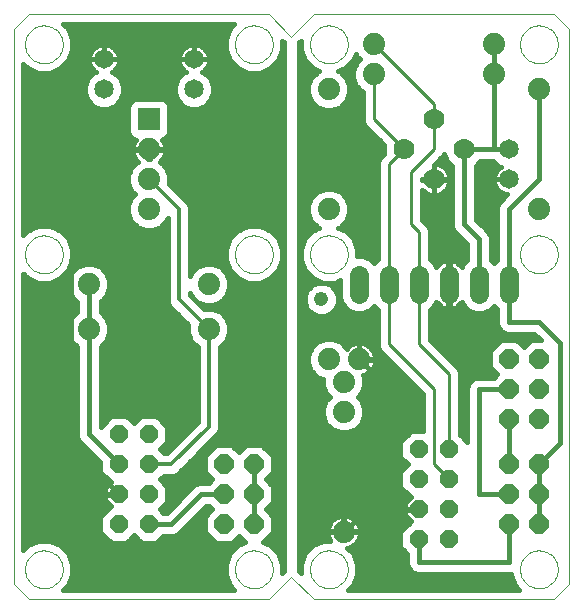
<source format=gtl>
G75*
G70*
%OFA0B0*%
%FSLAX24Y24*%
%IPPOS*%
%LPD*%
%AMOC8*
5,1,8,0,0,1.08239X$1,22.5*
%
%ADD10C,0.0000*%
%ADD11OC8,0.0600*%
%ADD12OC8,0.0640*%
%ADD13C,0.0740*%
%ADD14C,0.0650*%
%ADD15R,0.0740X0.0740*%
%ADD16C,0.0700*%
%ADD17C,0.0634*%
%ADD18C,0.0150*%
%ADD19C,0.0476*%
%ADD20C,0.0120*%
%ADD21C,0.0100*%
D10*
X001675Y001175D02*
X001175Y001675D01*
X001175Y020175D01*
X001675Y020675D01*
X009675Y020675D01*
X010425Y019925D01*
X011175Y020675D01*
X019175Y020675D01*
X019675Y020175D01*
X019675Y001675D01*
X019175Y001175D01*
X011175Y001175D01*
X010425Y001925D01*
X009675Y001175D01*
X001675Y001175D01*
X001545Y002175D02*
X001547Y002225D01*
X001553Y002275D01*
X001563Y002324D01*
X001577Y002372D01*
X001594Y002419D01*
X001615Y002464D01*
X001640Y002508D01*
X001668Y002549D01*
X001700Y002588D01*
X001734Y002625D01*
X001771Y002659D01*
X001811Y002689D01*
X001853Y002716D01*
X001897Y002740D01*
X001943Y002761D01*
X001990Y002777D01*
X002038Y002790D01*
X002088Y002799D01*
X002137Y002804D01*
X002188Y002805D01*
X002238Y002802D01*
X002287Y002795D01*
X002336Y002784D01*
X002384Y002769D01*
X002430Y002751D01*
X002475Y002729D01*
X002518Y002703D01*
X002559Y002674D01*
X002598Y002642D01*
X002634Y002607D01*
X002666Y002569D01*
X002696Y002529D01*
X002723Y002486D01*
X002746Y002442D01*
X002765Y002396D01*
X002781Y002348D01*
X002793Y002299D01*
X002801Y002250D01*
X002805Y002200D01*
X002805Y002150D01*
X002801Y002100D01*
X002793Y002051D01*
X002781Y002002D01*
X002765Y001954D01*
X002746Y001908D01*
X002723Y001864D01*
X002696Y001821D01*
X002666Y001781D01*
X002634Y001743D01*
X002598Y001708D01*
X002559Y001676D01*
X002518Y001647D01*
X002475Y001621D01*
X002430Y001599D01*
X002384Y001581D01*
X002336Y001566D01*
X002287Y001555D01*
X002238Y001548D01*
X002188Y001545D01*
X002137Y001546D01*
X002088Y001551D01*
X002038Y001560D01*
X001990Y001573D01*
X001943Y001589D01*
X001897Y001610D01*
X001853Y001634D01*
X001811Y001661D01*
X001771Y001691D01*
X001734Y001725D01*
X001700Y001762D01*
X001668Y001801D01*
X001640Y001842D01*
X001615Y001886D01*
X001594Y001931D01*
X001577Y001978D01*
X001563Y002026D01*
X001553Y002075D01*
X001547Y002125D01*
X001545Y002175D01*
X008545Y002175D02*
X008547Y002225D01*
X008553Y002275D01*
X008563Y002324D01*
X008577Y002372D01*
X008594Y002419D01*
X008615Y002464D01*
X008640Y002508D01*
X008668Y002549D01*
X008700Y002588D01*
X008734Y002625D01*
X008771Y002659D01*
X008811Y002689D01*
X008853Y002716D01*
X008897Y002740D01*
X008943Y002761D01*
X008990Y002777D01*
X009038Y002790D01*
X009088Y002799D01*
X009137Y002804D01*
X009188Y002805D01*
X009238Y002802D01*
X009287Y002795D01*
X009336Y002784D01*
X009384Y002769D01*
X009430Y002751D01*
X009475Y002729D01*
X009518Y002703D01*
X009559Y002674D01*
X009598Y002642D01*
X009634Y002607D01*
X009666Y002569D01*
X009696Y002529D01*
X009723Y002486D01*
X009746Y002442D01*
X009765Y002396D01*
X009781Y002348D01*
X009793Y002299D01*
X009801Y002250D01*
X009805Y002200D01*
X009805Y002150D01*
X009801Y002100D01*
X009793Y002051D01*
X009781Y002002D01*
X009765Y001954D01*
X009746Y001908D01*
X009723Y001864D01*
X009696Y001821D01*
X009666Y001781D01*
X009634Y001743D01*
X009598Y001708D01*
X009559Y001676D01*
X009518Y001647D01*
X009475Y001621D01*
X009430Y001599D01*
X009384Y001581D01*
X009336Y001566D01*
X009287Y001555D01*
X009238Y001548D01*
X009188Y001545D01*
X009137Y001546D01*
X009088Y001551D01*
X009038Y001560D01*
X008990Y001573D01*
X008943Y001589D01*
X008897Y001610D01*
X008853Y001634D01*
X008811Y001661D01*
X008771Y001691D01*
X008734Y001725D01*
X008700Y001762D01*
X008668Y001801D01*
X008640Y001842D01*
X008615Y001886D01*
X008594Y001931D01*
X008577Y001978D01*
X008563Y002026D01*
X008553Y002075D01*
X008547Y002125D01*
X008545Y002175D01*
X011045Y002175D02*
X011047Y002225D01*
X011053Y002275D01*
X011063Y002324D01*
X011077Y002372D01*
X011094Y002419D01*
X011115Y002464D01*
X011140Y002508D01*
X011168Y002549D01*
X011200Y002588D01*
X011234Y002625D01*
X011271Y002659D01*
X011311Y002689D01*
X011353Y002716D01*
X011397Y002740D01*
X011443Y002761D01*
X011490Y002777D01*
X011538Y002790D01*
X011588Y002799D01*
X011637Y002804D01*
X011688Y002805D01*
X011738Y002802D01*
X011787Y002795D01*
X011836Y002784D01*
X011884Y002769D01*
X011930Y002751D01*
X011975Y002729D01*
X012018Y002703D01*
X012059Y002674D01*
X012098Y002642D01*
X012134Y002607D01*
X012166Y002569D01*
X012196Y002529D01*
X012223Y002486D01*
X012246Y002442D01*
X012265Y002396D01*
X012281Y002348D01*
X012293Y002299D01*
X012301Y002250D01*
X012305Y002200D01*
X012305Y002150D01*
X012301Y002100D01*
X012293Y002051D01*
X012281Y002002D01*
X012265Y001954D01*
X012246Y001908D01*
X012223Y001864D01*
X012196Y001821D01*
X012166Y001781D01*
X012134Y001743D01*
X012098Y001708D01*
X012059Y001676D01*
X012018Y001647D01*
X011975Y001621D01*
X011930Y001599D01*
X011884Y001581D01*
X011836Y001566D01*
X011787Y001555D01*
X011738Y001548D01*
X011688Y001545D01*
X011637Y001546D01*
X011588Y001551D01*
X011538Y001560D01*
X011490Y001573D01*
X011443Y001589D01*
X011397Y001610D01*
X011353Y001634D01*
X011311Y001661D01*
X011271Y001691D01*
X011234Y001725D01*
X011200Y001762D01*
X011168Y001801D01*
X011140Y001842D01*
X011115Y001886D01*
X011094Y001931D01*
X011077Y001978D01*
X011063Y002026D01*
X011053Y002075D01*
X011047Y002125D01*
X011045Y002175D01*
X018045Y002175D02*
X018047Y002225D01*
X018053Y002275D01*
X018063Y002324D01*
X018077Y002372D01*
X018094Y002419D01*
X018115Y002464D01*
X018140Y002508D01*
X018168Y002549D01*
X018200Y002588D01*
X018234Y002625D01*
X018271Y002659D01*
X018311Y002689D01*
X018353Y002716D01*
X018397Y002740D01*
X018443Y002761D01*
X018490Y002777D01*
X018538Y002790D01*
X018588Y002799D01*
X018637Y002804D01*
X018688Y002805D01*
X018738Y002802D01*
X018787Y002795D01*
X018836Y002784D01*
X018884Y002769D01*
X018930Y002751D01*
X018975Y002729D01*
X019018Y002703D01*
X019059Y002674D01*
X019098Y002642D01*
X019134Y002607D01*
X019166Y002569D01*
X019196Y002529D01*
X019223Y002486D01*
X019246Y002442D01*
X019265Y002396D01*
X019281Y002348D01*
X019293Y002299D01*
X019301Y002250D01*
X019305Y002200D01*
X019305Y002150D01*
X019301Y002100D01*
X019293Y002051D01*
X019281Y002002D01*
X019265Y001954D01*
X019246Y001908D01*
X019223Y001864D01*
X019196Y001821D01*
X019166Y001781D01*
X019134Y001743D01*
X019098Y001708D01*
X019059Y001676D01*
X019018Y001647D01*
X018975Y001621D01*
X018930Y001599D01*
X018884Y001581D01*
X018836Y001566D01*
X018787Y001555D01*
X018738Y001548D01*
X018688Y001545D01*
X018637Y001546D01*
X018588Y001551D01*
X018538Y001560D01*
X018490Y001573D01*
X018443Y001589D01*
X018397Y001610D01*
X018353Y001634D01*
X018311Y001661D01*
X018271Y001691D01*
X018234Y001725D01*
X018200Y001762D01*
X018168Y001801D01*
X018140Y001842D01*
X018115Y001886D01*
X018094Y001931D01*
X018077Y001978D01*
X018063Y002026D01*
X018053Y002075D01*
X018047Y002125D01*
X018045Y002175D01*
X018045Y012675D02*
X018047Y012725D01*
X018053Y012775D01*
X018063Y012824D01*
X018077Y012872D01*
X018094Y012919D01*
X018115Y012964D01*
X018140Y013008D01*
X018168Y013049D01*
X018200Y013088D01*
X018234Y013125D01*
X018271Y013159D01*
X018311Y013189D01*
X018353Y013216D01*
X018397Y013240D01*
X018443Y013261D01*
X018490Y013277D01*
X018538Y013290D01*
X018588Y013299D01*
X018637Y013304D01*
X018688Y013305D01*
X018738Y013302D01*
X018787Y013295D01*
X018836Y013284D01*
X018884Y013269D01*
X018930Y013251D01*
X018975Y013229D01*
X019018Y013203D01*
X019059Y013174D01*
X019098Y013142D01*
X019134Y013107D01*
X019166Y013069D01*
X019196Y013029D01*
X019223Y012986D01*
X019246Y012942D01*
X019265Y012896D01*
X019281Y012848D01*
X019293Y012799D01*
X019301Y012750D01*
X019305Y012700D01*
X019305Y012650D01*
X019301Y012600D01*
X019293Y012551D01*
X019281Y012502D01*
X019265Y012454D01*
X019246Y012408D01*
X019223Y012364D01*
X019196Y012321D01*
X019166Y012281D01*
X019134Y012243D01*
X019098Y012208D01*
X019059Y012176D01*
X019018Y012147D01*
X018975Y012121D01*
X018930Y012099D01*
X018884Y012081D01*
X018836Y012066D01*
X018787Y012055D01*
X018738Y012048D01*
X018688Y012045D01*
X018637Y012046D01*
X018588Y012051D01*
X018538Y012060D01*
X018490Y012073D01*
X018443Y012089D01*
X018397Y012110D01*
X018353Y012134D01*
X018311Y012161D01*
X018271Y012191D01*
X018234Y012225D01*
X018200Y012262D01*
X018168Y012301D01*
X018140Y012342D01*
X018115Y012386D01*
X018094Y012431D01*
X018077Y012478D01*
X018063Y012526D01*
X018053Y012575D01*
X018047Y012625D01*
X018045Y012675D01*
X011045Y012675D02*
X011047Y012725D01*
X011053Y012775D01*
X011063Y012824D01*
X011077Y012872D01*
X011094Y012919D01*
X011115Y012964D01*
X011140Y013008D01*
X011168Y013049D01*
X011200Y013088D01*
X011234Y013125D01*
X011271Y013159D01*
X011311Y013189D01*
X011353Y013216D01*
X011397Y013240D01*
X011443Y013261D01*
X011490Y013277D01*
X011538Y013290D01*
X011588Y013299D01*
X011637Y013304D01*
X011688Y013305D01*
X011738Y013302D01*
X011787Y013295D01*
X011836Y013284D01*
X011884Y013269D01*
X011930Y013251D01*
X011975Y013229D01*
X012018Y013203D01*
X012059Y013174D01*
X012098Y013142D01*
X012134Y013107D01*
X012166Y013069D01*
X012196Y013029D01*
X012223Y012986D01*
X012246Y012942D01*
X012265Y012896D01*
X012281Y012848D01*
X012293Y012799D01*
X012301Y012750D01*
X012305Y012700D01*
X012305Y012650D01*
X012301Y012600D01*
X012293Y012551D01*
X012281Y012502D01*
X012265Y012454D01*
X012246Y012408D01*
X012223Y012364D01*
X012196Y012321D01*
X012166Y012281D01*
X012134Y012243D01*
X012098Y012208D01*
X012059Y012176D01*
X012018Y012147D01*
X011975Y012121D01*
X011930Y012099D01*
X011884Y012081D01*
X011836Y012066D01*
X011787Y012055D01*
X011738Y012048D01*
X011688Y012045D01*
X011637Y012046D01*
X011588Y012051D01*
X011538Y012060D01*
X011490Y012073D01*
X011443Y012089D01*
X011397Y012110D01*
X011353Y012134D01*
X011311Y012161D01*
X011271Y012191D01*
X011234Y012225D01*
X011200Y012262D01*
X011168Y012301D01*
X011140Y012342D01*
X011115Y012386D01*
X011094Y012431D01*
X011077Y012478D01*
X011063Y012526D01*
X011053Y012575D01*
X011047Y012625D01*
X011045Y012675D01*
X008545Y012675D02*
X008547Y012725D01*
X008553Y012775D01*
X008563Y012824D01*
X008577Y012872D01*
X008594Y012919D01*
X008615Y012964D01*
X008640Y013008D01*
X008668Y013049D01*
X008700Y013088D01*
X008734Y013125D01*
X008771Y013159D01*
X008811Y013189D01*
X008853Y013216D01*
X008897Y013240D01*
X008943Y013261D01*
X008990Y013277D01*
X009038Y013290D01*
X009088Y013299D01*
X009137Y013304D01*
X009188Y013305D01*
X009238Y013302D01*
X009287Y013295D01*
X009336Y013284D01*
X009384Y013269D01*
X009430Y013251D01*
X009475Y013229D01*
X009518Y013203D01*
X009559Y013174D01*
X009598Y013142D01*
X009634Y013107D01*
X009666Y013069D01*
X009696Y013029D01*
X009723Y012986D01*
X009746Y012942D01*
X009765Y012896D01*
X009781Y012848D01*
X009793Y012799D01*
X009801Y012750D01*
X009805Y012700D01*
X009805Y012650D01*
X009801Y012600D01*
X009793Y012551D01*
X009781Y012502D01*
X009765Y012454D01*
X009746Y012408D01*
X009723Y012364D01*
X009696Y012321D01*
X009666Y012281D01*
X009634Y012243D01*
X009598Y012208D01*
X009559Y012176D01*
X009518Y012147D01*
X009475Y012121D01*
X009430Y012099D01*
X009384Y012081D01*
X009336Y012066D01*
X009287Y012055D01*
X009238Y012048D01*
X009188Y012045D01*
X009137Y012046D01*
X009088Y012051D01*
X009038Y012060D01*
X008990Y012073D01*
X008943Y012089D01*
X008897Y012110D01*
X008853Y012134D01*
X008811Y012161D01*
X008771Y012191D01*
X008734Y012225D01*
X008700Y012262D01*
X008668Y012301D01*
X008640Y012342D01*
X008615Y012386D01*
X008594Y012431D01*
X008577Y012478D01*
X008563Y012526D01*
X008553Y012575D01*
X008547Y012625D01*
X008545Y012675D01*
X001545Y012675D02*
X001547Y012725D01*
X001553Y012775D01*
X001563Y012824D01*
X001577Y012872D01*
X001594Y012919D01*
X001615Y012964D01*
X001640Y013008D01*
X001668Y013049D01*
X001700Y013088D01*
X001734Y013125D01*
X001771Y013159D01*
X001811Y013189D01*
X001853Y013216D01*
X001897Y013240D01*
X001943Y013261D01*
X001990Y013277D01*
X002038Y013290D01*
X002088Y013299D01*
X002137Y013304D01*
X002188Y013305D01*
X002238Y013302D01*
X002287Y013295D01*
X002336Y013284D01*
X002384Y013269D01*
X002430Y013251D01*
X002475Y013229D01*
X002518Y013203D01*
X002559Y013174D01*
X002598Y013142D01*
X002634Y013107D01*
X002666Y013069D01*
X002696Y013029D01*
X002723Y012986D01*
X002746Y012942D01*
X002765Y012896D01*
X002781Y012848D01*
X002793Y012799D01*
X002801Y012750D01*
X002805Y012700D01*
X002805Y012650D01*
X002801Y012600D01*
X002793Y012551D01*
X002781Y012502D01*
X002765Y012454D01*
X002746Y012408D01*
X002723Y012364D01*
X002696Y012321D01*
X002666Y012281D01*
X002634Y012243D01*
X002598Y012208D01*
X002559Y012176D01*
X002518Y012147D01*
X002475Y012121D01*
X002430Y012099D01*
X002384Y012081D01*
X002336Y012066D01*
X002287Y012055D01*
X002238Y012048D01*
X002188Y012045D01*
X002137Y012046D01*
X002088Y012051D01*
X002038Y012060D01*
X001990Y012073D01*
X001943Y012089D01*
X001897Y012110D01*
X001853Y012134D01*
X001811Y012161D01*
X001771Y012191D01*
X001734Y012225D01*
X001700Y012262D01*
X001668Y012301D01*
X001640Y012342D01*
X001615Y012386D01*
X001594Y012431D01*
X001577Y012478D01*
X001563Y012526D01*
X001553Y012575D01*
X001547Y012625D01*
X001545Y012675D01*
X001545Y019675D02*
X001547Y019725D01*
X001553Y019775D01*
X001563Y019824D01*
X001577Y019872D01*
X001594Y019919D01*
X001615Y019964D01*
X001640Y020008D01*
X001668Y020049D01*
X001700Y020088D01*
X001734Y020125D01*
X001771Y020159D01*
X001811Y020189D01*
X001853Y020216D01*
X001897Y020240D01*
X001943Y020261D01*
X001990Y020277D01*
X002038Y020290D01*
X002088Y020299D01*
X002137Y020304D01*
X002188Y020305D01*
X002238Y020302D01*
X002287Y020295D01*
X002336Y020284D01*
X002384Y020269D01*
X002430Y020251D01*
X002475Y020229D01*
X002518Y020203D01*
X002559Y020174D01*
X002598Y020142D01*
X002634Y020107D01*
X002666Y020069D01*
X002696Y020029D01*
X002723Y019986D01*
X002746Y019942D01*
X002765Y019896D01*
X002781Y019848D01*
X002793Y019799D01*
X002801Y019750D01*
X002805Y019700D01*
X002805Y019650D01*
X002801Y019600D01*
X002793Y019551D01*
X002781Y019502D01*
X002765Y019454D01*
X002746Y019408D01*
X002723Y019364D01*
X002696Y019321D01*
X002666Y019281D01*
X002634Y019243D01*
X002598Y019208D01*
X002559Y019176D01*
X002518Y019147D01*
X002475Y019121D01*
X002430Y019099D01*
X002384Y019081D01*
X002336Y019066D01*
X002287Y019055D01*
X002238Y019048D01*
X002188Y019045D01*
X002137Y019046D01*
X002088Y019051D01*
X002038Y019060D01*
X001990Y019073D01*
X001943Y019089D01*
X001897Y019110D01*
X001853Y019134D01*
X001811Y019161D01*
X001771Y019191D01*
X001734Y019225D01*
X001700Y019262D01*
X001668Y019301D01*
X001640Y019342D01*
X001615Y019386D01*
X001594Y019431D01*
X001577Y019478D01*
X001563Y019526D01*
X001553Y019575D01*
X001547Y019625D01*
X001545Y019675D01*
X008545Y019675D02*
X008547Y019725D01*
X008553Y019775D01*
X008563Y019824D01*
X008577Y019872D01*
X008594Y019919D01*
X008615Y019964D01*
X008640Y020008D01*
X008668Y020049D01*
X008700Y020088D01*
X008734Y020125D01*
X008771Y020159D01*
X008811Y020189D01*
X008853Y020216D01*
X008897Y020240D01*
X008943Y020261D01*
X008990Y020277D01*
X009038Y020290D01*
X009088Y020299D01*
X009137Y020304D01*
X009188Y020305D01*
X009238Y020302D01*
X009287Y020295D01*
X009336Y020284D01*
X009384Y020269D01*
X009430Y020251D01*
X009475Y020229D01*
X009518Y020203D01*
X009559Y020174D01*
X009598Y020142D01*
X009634Y020107D01*
X009666Y020069D01*
X009696Y020029D01*
X009723Y019986D01*
X009746Y019942D01*
X009765Y019896D01*
X009781Y019848D01*
X009793Y019799D01*
X009801Y019750D01*
X009805Y019700D01*
X009805Y019650D01*
X009801Y019600D01*
X009793Y019551D01*
X009781Y019502D01*
X009765Y019454D01*
X009746Y019408D01*
X009723Y019364D01*
X009696Y019321D01*
X009666Y019281D01*
X009634Y019243D01*
X009598Y019208D01*
X009559Y019176D01*
X009518Y019147D01*
X009475Y019121D01*
X009430Y019099D01*
X009384Y019081D01*
X009336Y019066D01*
X009287Y019055D01*
X009238Y019048D01*
X009188Y019045D01*
X009137Y019046D01*
X009088Y019051D01*
X009038Y019060D01*
X008990Y019073D01*
X008943Y019089D01*
X008897Y019110D01*
X008853Y019134D01*
X008811Y019161D01*
X008771Y019191D01*
X008734Y019225D01*
X008700Y019262D01*
X008668Y019301D01*
X008640Y019342D01*
X008615Y019386D01*
X008594Y019431D01*
X008577Y019478D01*
X008563Y019526D01*
X008553Y019575D01*
X008547Y019625D01*
X008545Y019675D01*
X011045Y019675D02*
X011047Y019725D01*
X011053Y019775D01*
X011063Y019824D01*
X011077Y019872D01*
X011094Y019919D01*
X011115Y019964D01*
X011140Y020008D01*
X011168Y020049D01*
X011200Y020088D01*
X011234Y020125D01*
X011271Y020159D01*
X011311Y020189D01*
X011353Y020216D01*
X011397Y020240D01*
X011443Y020261D01*
X011490Y020277D01*
X011538Y020290D01*
X011588Y020299D01*
X011637Y020304D01*
X011688Y020305D01*
X011738Y020302D01*
X011787Y020295D01*
X011836Y020284D01*
X011884Y020269D01*
X011930Y020251D01*
X011975Y020229D01*
X012018Y020203D01*
X012059Y020174D01*
X012098Y020142D01*
X012134Y020107D01*
X012166Y020069D01*
X012196Y020029D01*
X012223Y019986D01*
X012246Y019942D01*
X012265Y019896D01*
X012281Y019848D01*
X012293Y019799D01*
X012301Y019750D01*
X012305Y019700D01*
X012305Y019650D01*
X012301Y019600D01*
X012293Y019551D01*
X012281Y019502D01*
X012265Y019454D01*
X012246Y019408D01*
X012223Y019364D01*
X012196Y019321D01*
X012166Y019281D01*
X012134Y019243D01*
X012098Y019208D01*
X012059Y019176D01*
X012018Y019147D01*
X011975Y019121D01*
X011930Y019099D01*
X011884Y019081D01*
X011836Y019066D01*
X011787Y019055D01*
X011738Y019048D01*
X011688Y019045D01*
X011637Y019046D01*
X011588Y019051D01*
X011538Y019060D01*
X011490Y019073D01*
X011443Y019089D01*
X011397Y019110D01*
X011353Y019134D01*
X011311Y019161D01*
X011271Y019191D01*
X011234Y019225D01*
X011200Y019262D01*
X011168Y019301D01*
X011140Y019342D01*
X011115Y019386D01*
X011094Y019431D01*
X011077Y019478D01*
X011063Y019526D01*
X011053Y019575D01*
X011047Y019625D01*
X011045Y019675D01*
X018045Y019675D02*
X018047Y019725D01*
X018053Y019775D01*
X018063Y019824D01*
X018077Y019872D01*
X018094Y019919D01*
X018115Y019964D01*
X018140Y020008D01*
X018168Y020049D01*
X018200Y020088D01*
X018234Y020125D01*
X018271Y020159D01*
X018311Y020189D01*
X018353Y020216D01*
X018397Y020240D01*
X018443Y020261D01*
X018490Y020277D01*
X018538Y020290D01*
X018588Y020299D01*
X018637Y020304D01*
X018688Y020305D01*
X018738Y020302D01*
X018787Y020295D01*
X018836Y020284D01*
X018884Y020269D01*
X018930Y020251D01*
X018975Y020229D01*
X019018Y020203D01*
X019059Y020174D01*
X019098Y020142D01*
X019134Y020107D01*
X019166Y020069D01*
X019196Y020029D01*
X019223Y019986D01*
X019246Y019942D01*
X019265Y019896D01*
X019281Y019848D01*
X019293Y019799D01*
X019301Y019750D01*
X019305Y019700D01*
X019305Y019650D01*
X019301Y019600D01*
X019293Y019551D01*
X019281Y019502D01*
X019265Y019454D01*
X019246Y019408D01*
X019223Y019364D01*
X019196Y019321D01*
X019166Y019281D01*
X019134Y019243D01*
X019098Y019208D01*
X019059Y019176D01*
X019018Y019147D01*
X018975Y019121D01*
X018930Y019099D01*
X018884Y019081D01*
X018836Y019066D01*
X018787Y019055D01*
X018738Y019048D01*
X018688Y019045D01*
X018637Y019046D01*
X018588Y019051D01*
X018538Y019060D01*
X018490Y019073D01*
X018443Y019089D01*
X018397Y019110D01*
X018353Y019134D01*
X018311Y019161D01*
X018271Y019191D01*
X018234Y019225D01*
X018200Y019262D01*
X018168Y019301D01*
X018140Y019342D01*
X018115Y019386D01*
X018094Y019431D01*
X018077Y019478D01*
X018063Y019526D01*
X018053Y019575D01*
X018047Y019625D01*
X018045Y019675D01*
D11*
X005675Y006675D03*
X005675Y005675D03*
X005675Y004675D03*
X005675Y003675D03*
X004675Y003675D03*
X004675Y004675D03*
X004675Y005675D03*
X004675Y006675D03*
X014675Y006175D03*
X014675Y005175D03*
X014675Y004175D03*
X014675Y003175D03*
X015675Y003175D03*
X015675Y004175D03*
X015675Y005175D03*
X015675Y006175D03*
D12*
X017675Y005675D03*
X017675Y004675D03*
X017675Y003675D03*
X018675Y003675D03*
X018675Y004675D03*
X018675Y005675D03*
X018675Y007175D03*
X018675Y008175D03*
X018675Y009175D03*
X017675Y009175D03*
X017675Y008175D03*
X017675Y007175D03*
X009175Y005675D03*
X009175Y004675D03*
X009175Y003675D03*
X008175Y003675D03*
X008175Y004675D03*
X008175Y005675D03*
D13*
X011675Y009175D03*
X012175Y008425D03*
X012675Y009175D03*
X012175Y007425D03*
X012175Y003425D03*
X007675Y010175D03*
X007675Y011675D03*
X005675Y014175D03*
X005675Y015175D03*
X005675Y016175D03*
X003675Y011675D03*
X003675Y010175D03*
X011675Y014175D03*
X011675Y018175D03*
X013175Y018675D03*
X013175Y019675D03*
X017175Y019675D03*
X017175Y018675D03*
X018675Y018175D03*
X018675Y014175D03*
D14*
X017675Y015175D03*
X017675Y016175D03*
X007175Y018175D03*
X007175Y019175D03*
X004175Y019175D03*
X004175Y018175D03*
D15*
X005675Y017175D03*
D16*
X014175Y016175D03*
X015175Y015175D03*
X016175Y016175D03*
X015175Y017175D03*
D17*
X014675Y011992D02*
X014675Y011358D01*
X013675Y011358D02*
X013675Y011992D01*
X012675Y011992D02*
X012675Y011358D01*
X015675Y011358D02*
X015675Y011992D01*
X016675Y011992D02*
X016675Y011358D01*
X017675Y011358D02*
X017675Y011992D01*
D18*
X017675Y011675D02*
X017675Y014175D01*
X018675Y015175D01*
X018675Y018175D01*
X017175Y018675D02*
X017175Y019675D01*
X017175Y018675D02*
X017175Y016175D01*
X017675Y016175D01*
X017175Y016175D02*
X016175Y016175D01*
X016175Y013675D01*
X016675Y013175D01*
X016675Y011675D01*
X016097Y012247D02*
X016096Y012250D01*
X016050Y012312D01*
X015995Y012367D01*
X015933Y012413D01*
X015864Y012448D01*
X015790Y012472D01*
X015714Y012484D01*
X015698Y012484D01*
X015698Y011698D01*
X015652Y011698D01*
X015652Y012484D01*
X015636Y012484D01*
X015560Y012472D01*
X015486Y012448D01*
X015417Y012413D01*
X015355Y012367D01*
X015300Y012312D01*
X015254Y012250D01*
X015253Y012247D01*
X015211Y012350D01*
X015040Y012520D01*
X015040Y013498D01*
X014984Y013632D01*
X014790Y013826D01*
X014790Y014818D01*
X014833Y014775D01*
X014900Y014726D01*
X014973Y014688D01*
X014973Y014689D02*
X014790Y014689D01*
X014790Y014540D02*
X015785Y014540D01*
X015785Y014392D02*
X014790Y014392D01*
X014790Y014243D02*
X015785Y014243D01*
X015785Y014095D02*
X014790Y014095D01*
X014790Y013946D02*
X015785Y013946D01*
X015785Y013798D02*
X014819Y013798D01*
X014967Y013649D02*
X015785Y013649D01*
X015785Y013597D02*
X015844Y013454D01*
X016285Y013013D01*
X016285Y012495D01*
X016139Y012350D01*
X016097Y012247D01*
X016124Y012313D02*
X016050Y012313D01*
X016251Y012461D02*
X015823Y012461D01*
X015698Y012461D02*
X015652Y012461D01*
X015527Y012461D02*
X015099Y012461D01*
X015040Y012610D02*
X016285Y012610D01*
X016285Y012758D02*
X015040Y012758D01*
X015040Y012907D02*
X016285Y012907D01*
X016243Y013055D02*
X015040Y013055D01*
X015040Y013204D02*
X016095Y013204D01*
X015946Y013352D02*
X015040Y013352D01*
X015039Y013501D02*
X015825Y013501D01*
X015785Y013597D02*
X015785Y013753D01*
X015785Y015625D01*
X015611Y015798D01*
X015513Y016036D01*
X015484Y015968D01*
X015382Y015866D01*
X015216Y015700D01*
X015216Y015700D01*
X015298Y015687D01*
X015377Y015662D01*
X015450Y015624D01*
X015517Y015575D01*
X015575Y015517D01*
X015624Y015450D01*
X015662Y015377D01*
X015687Y015298D01*
X015700Y015216D01*
X015700Y015180D01*
X015180Y015180D01*
X015180Y015664D01*
X015170Y015654D01*
X015170Y015180D01*
X015180Y015180D01*
X015180Y015170D01*
X015700Y015170D01*
X015700Y015134D01*
X015785Y015134D01*
X015700Y015134D02*
X015687Y015052D01*
X015662Y014973D01*
X015624Y014900D01*
X015575Y014833D01*
X015517Y014775D01*
X015450Y014726D01*
X015377Y014688D01*
X015377Y014689D02*
X015785Y014689D01*
X015785Y014837D02*
X015578Y014837D01*
X015665Y014986D02*
X015785Y014986D01*
X015785Y015283D02*
X015690Y015283D01*
X015634Y015431D02*
X015785Y015431D01*
X015785Y015580D02*
X015511Y015580D01*
X015682Y015728D02*
X015244Y015728D01*
X015180Y015580D02*
X015170Y015580D01*
X015170Y015431D02*
X015180Y015431D01*
X015170Y015283D02*
X015180Y015283D01*
X015170Y015180D02*
X014790Y015180D01*
X014790Y015170D01*
X015170Y015170D01*
X015170Y015180D01*
X015175Y015175D02*
X015175Y013675D01*
X015675Y013175D01*
X015675Y011675D01*
X015698Y011652D02*
X015698Y010866D01*
X015714Y010866D01*
X015790Y010878D01*
X015864Y010902D01*
X015933Y010937D01*
X015995Y010983D01*
X016050Y011038D01*
X016096Y011100D01*
X016097Y011103D01*
X016139Y011000D01*
X016317Y010822D01*
X016549Y010726D01*
X016801Y010726D01*
X017033Y010822D01*
X017175Y010965D01*
X017285Y010855D01*
X017285Y010347D01*
X017344Y010204D01*
X017454Y010094D01*
X017597Y010035D01*
X018513Y010035D01*
X018738Y009810D01*
X018412Y009810D01*
X018175Y009573D01*
X017938Y009810D01*
X017412Y009810D01*
X017040Y009438D01*
X017040Y008912D01*
X017277Y008675D01*
X017167Y008565D01*
X016597Y008565D01*
X016454Y008506D01*
X016344Y008396D01*
X016285Y008253D01*
X016285Y006435D01*
X016040Y006680D01*
X016040Y008748D01*
X015984Y008882D01*
X015040Y009826D01*
X015040Y010830D01*
X015211Y011000D01*
X015253Y011103D01*
X015254Y011100D01*
X015300Y011038D01*
X015355Y010983D01*
X015417Y010937D01*
X015486Y010902D01*
X015560Y010878D01*
X015636Y010866D01*
X015652Y010866D01*
X015652Y011652D01*
X015698Y011652D01*
X015698Y011719D02*
X015652Y011719D01*
X015652Y011867D02*
X015698Y011867D01*
X015698Y012016D02*
X015652Y012016D01*
X015652Y012164D02*
X015698Y012164D01*
X015698Y012313D02*
X015652Y012313D01*
X015300Y012313D02*
X015226Y012313D01*
X015652Y011570D02*
X015698Y011570D01*
X015698Y011422D02*
X015652Y011422D01*
X015652Y011273D02*
X015698Y011273D01*
X015698Y011125D02*
X015652Y011125D01*
X015652Y010976D02*
X015698Y010976D01*
X015986Y010976D02*
X016164Y010976D01*
X016312Y010828D02*
X015040Y010828D01*
X015040Y010679D02*
X017285Y010679D01*
X017285Y010531D02*
X015040Y010531D01*
X015040Y010382D02*
X017285Y010382D01*
X017332Y010234D02*
X015040Y010234D01*
X015040Y010085D02*
X017477Y010085D01*
X017675Y010425D02*
X018675Y010425D01*
X019375Y009725D01*
X019375Y006375D01*
X018675Y005675D01*
X018675Y004675D01*
X018675Y003675D01*
X017675Y003675D02*
X017675Y002425D01*
X014675Y002425D01*
X014675Y003175D01*
X014285Y002695D02*
X014285Y002347D01*
X014344Y002204D01*
X014454Y002094D01*
X014597Y002035D01*
X017730Y002035D01*
X017730Y001987D01*
X017874Y001640D01*
X018024Y001490D01*
X012326Y001490D01*
X012476Y001640D01*
X012620Y001987D01*
X012620Y002363D01*
X012476Y002710D01*
X012294Y002892D01*
X012303Y002893D01*
X012384Y002920D01*
X012461Y002959D01*
X012530Y003009D01*
X012591Y003070D01*
X012641Y003139D01*
X012680Y003216D01*
X012707Y003297D01*
X012720Y003382D01*
X012720Y003411D01*
X012189Y003411D01*
X012189Y003439D01*
X012161Y003439D01*
X012161Y003970D01*
X012132Y003970D01*
X012047Y003957D01*
X011966Y003930D01*
X011889Y003891D01*
X011820Y003841D01*
X011759Y003780D01*
X011709Y003711D01*
X011670Y003634D01*
X011643Y003553D01*
X011630Y003468D01*
X011630Y003439D01*
X012161Y003439D01*
X012161Y003411D01*
X011630Y003411D01*
X011630Y003382D01*
X011643Y003297D01*
X011670Y003216D01*
X011709Y003139D01*
X011723Y003120D01*
X011487Y003120D01*
X011140Y002976D01*
X010874Y002710D01*
X010730Y002363D01*
X010730Y002065D01*
X010675Y002120D01*
X010675Y019730D01*
X010730Y019785D01*
X010730Y019487D01*
X010874Y019140D01*
X011140Y018874D01*
X011356Y018784D01*
X011287Y018756D01*
X011094Y018563D01*
X010990Y018311D01*
X010990Y018039D01*
X011094Y017787D01*
X011287Y017594D01*
X011539Y017490D01*
X011811Y017490D01*
X012063Y017594D01*
X012256Y017787D01*
X012360Y018039D01*
X012360Y018311D01*
X012256Y018563D01*
X012063Y018756D01*
X011994Y018784D01*
X012210Y018874D01*
X012476Y019140D01*
X012566Y019356D01*
X012594Y019287D01*
X012706Y019175D01*
X012594Y019063D01*
X012490Y018811D01*
X012490Y018539D01*
X012594Y018287D01*
X012787Y018094D01*
X012810Y018085D01*
X012810Y017102D01*
X012866Y016968D01*
X012968Y016866D01*
X013515Y016319D01*
X013510Y016307D01*
X013510Y016043D01*
X013515Y016031D01*
X013366Y015882D01*
X013310Y015748D01*
X013310Y012520D01*
X013175Y012385D01*
X013033Y012528D01*
X012801Y012624D01*
X012620Y012624D01*
X012620Y012863D01*
X012476Y013210D01*
X012210Y013476D01*
X011994Y013566D01*
X012063Y013594D01*
X012256Y013787D01*
X012360Y014039D01*
X012360Y014311D01*
X012256Y014563D01*
X012063Y014756D01*
X011811Y014860D01*
X011539Y014860D01*
X011287Y014756D01*
X011094Y014563D01*
X010990Y014311D01*
X010990Y014039D01*
X011094Y013787D01*
X011287Y013594D01*
X011356Y013566D01*
X011140Y013476D01*
X010874Y013210D01*
X010730Y012863D01*
X010730Y012487D01*
X010874Y012140D01*
X011140Y011874D01*
X011487Y011730D01*
X011863Y011730D01*
X012043Y011805D01*
X012043Y011232D01*
X012139Y011000D01*
X012317Y010822D01*
X012549Y010726D01*
X012801Y010726D01*
X013033Y010822D01*
X013175Y010965D01*
X013310Y010830D01*
X013310Y009602D01*
X013366Y009468D01*
X014810Y008024D01*
X014810Y006790D01*
X014420Y006790D01*
X014060Y006430D01*
X014060Y005920D01*
X014305Y005675D01*
X014060Y005430D01*
X014060Y004920D01*
X014404Y004576D01*
X014200Y004372D01*
X014200Y004190D01*
X014660Y004190D01*
X014660Y004160D01*
X014200Y004160D01*
X014200Y003978D01*
X014404Y003774D01*
X014060Y003430D01*
X014060Y002920D01*
X014285Y002695D01*
X014285Y002660D02*
X012497Y002660D01*
X012558Y002512D02*
X014285Y002512D01*
X014285Y002363D02*
X012620Y002363D01*
X012620Y002215D02*
X014340Y002215D01*
X014523Y002066D02*
X012620Y002066D01*
X012591Y001918D02*
X017759Y001918D01*
X017820Y001769D02*
X012530Y001769D01*
X012457Y001621D02*
X017893Y001621D01*
X017675Y003675D02*
X017675Y003700D01*
X017675Y004675D02*
X016675Y004675D01*
X016675Y008175D01*
X017675Y008175D01*
X017202Y008600D02*
X016040Y008600D01*
X016040Y008452D02*
X016400Y008452D01*
X016306Y008303D02*
X016040Y008303D01*
X016040Y008155D02*
X016285Y008155D01*
X016285Y008006D02*
X016040Y008006D01*
X016040Y007858D02*
X016285Y007858D01*
X016285Y007709D02*
X016040Y007709D01*
X016040Y007561D02*
X016285Y007561D01*
X016285Y007412D02*
X016040Y007412D01*
X016040Y007264D02*
X016285Y007264D01*
X016285Y007115D02*
X016040Y007115D01*
X016040Y006967D02*
X016285Y006967D01*
X016285Y006818D02*
X016040Y006818D01*
X016050Y006670D02*
X016285Y006670D01*
X016285Y006521D02*
X016199Y006521D01*
X014810Y006818D02*
X012500Y006818D01*
X012563Y006844D02*
X012311Y006740D01*
X012039Y006740D01*
X011787Y006844D01*
X011594Y007037D01*
X011490Y007289D01*
X011490Y007561D01*
X011594Y007813D01*
X011706Y007925D01*
X011594Y008037D01*
X011490Y008289D01*
X011490Y008510D01*
X011287Y008594D01*
X011094Y008787D01*
X010990Y009039D01*
X010990Y009311D01*
X011094Y009563D01*
X011287Y009756D01*
X011539Y009860D01*
X011811Y009860D01*
X012063Y009756D01*
X012256Y009563D01*
X012266Y009537D01*
X012320Y009591D01*
X012389Y009641D01*
X012466Y009680D01*
X012547Y009707D01*
X012632Y009720D01*
X012670Y009720D01*
X012670Y009180D01*
X012680Y009180D01*
X013220Y009180D01*
X013220Y009218D01*
X013207Y009303D01*
X013180Y009384D01*
X013141Y009461D01*
X013091Y009530D01*
X013030Y009591D01*
X012961Y009641D01*
X012884Y009680D01*
X012803Y009707D01*
X012718Y009720D01*
X012680Y009720D01*
X012680Y009180D01*
X012680Y009170D01*
X013220Y009170D01*
X013220Y009132D01*
X013207Y009047D01*
X013180Y008966D01*
X013141Y008889D01*
X013091Y008820D01*
X013030Y008759D01*
X012961Y008709D01*
X012884Y008670D01*
X012823Y008650D01*
X012860Y008561D01*
X012860Y008289D01*
X012756Y008037D01*
X012644Y007925D01*
X012756Y007813D01*
X012860Y007561D01*
X012860Y007289D01*
X012756Y007037D01*
X012563Y006844D01*
X012685Y006967D02*
X014810Y006967D01*
X014810Y007115D02*
X012788Y007115D01*
X012850Y007264D02*
X014810Y007264D01*
X014810Y007412D02*
X012860Y007412D01*
X012860Y007561D02*
X014810Y007561D01*
X014810Y007709D02*
X012799Y007709D01*
X012711Y007858D02*
X014810Y007858D01*
X014810Y008006D02*
X012725Y008006D01*
X012804Y008155D02*
X014679Y008155D01*
X014531Y008303D02*
X012860Y008303D01*
X012860Y008452D02*
X014382Y008452D01*
X014234Y008600D02*
X012844Y008600D01*
X013015Y008749D02*
X014085Y008749D01*
X013937Y008897D02*
X013145Y008897D01*
X013206Y009046D02*
X013788Y009046D01*
X013640Y009194D02*
X013220Y009194D01*
X013194Y009343D02*
X013491Y009343D01*
X013356Y009491D02*
X013119Y009491D01*
X012963Y009640D02*
X013310Y009640D01*
X013310Y009788D02*
X011985Y009788D01*
X012179Y009640D02*
X012387Y009640D01*
X012670Y009640D02*
X012680Y009640D01*
X012670Y009491D02*
X012680Y009491D01*
X012670Y009343D02*
X012680Y009343D01*
X012670Y009194D02*
X012680Y009194D01*
X012675Y009175D02*
X013175Y008675D01*
X013175Y004175D01*
X014675Y004175D01*
X012925Y004175D01*
X012175Y003425D01*
X012189Y003439D02*
X012189Y003970D01*
X012218Y003970D01*
X012303Y003957D01*
X012384Y003930D01*
X012461Y003891D01*
X012530Y003841D01*
X012591Y003780D01*
X012641Y003711D01*
X012680Y003634D01*
X012707Y003553D01*
X012720Y003468D01*
X012720Y003439D01*
X012189Y003439D01*
X012189Y003551D02*
X012161Y003551D01*
X012161Y003700D02*
X012189Y003700D01*
X012189Y003848D02*
X012161Y003848D01*
X011830Y003848D02*
X010675Y003848D01*
X010675Y003700D02*
X011703Y003700D01*
X011643Y003551D02*
X010675Y003551D01*
X010675Y003403D02*
X011630Y003403D01*
X011658Y003254D02*
X010675Y003254D01*
X010675Y003106D02*
X011452Y003106D01*
X011121Y002957D02*
X010675Y002957D01*
X010675Y002809D02*
X010972Y002809D01*
X010853Y002660D02*
X010675Y002660D01*
X010675Y002512D02*
X010792Y002512D01*
X010730Y002363D02*
X010675Y002363D01*
X010675Y002215D02*
X010730Y002215D01*
X010729Y002066D02*
X010730Y002066D01*
X010175Y002120D02*
X010158Y002103D01*
X010120Y002065D01*
X010120Y002363D01*
X009976Y002710D01*
X009710Y002976D01*
X009473Y003075D01*
X009810Y003412D01*
X009810Y003938D01*
X009573Y004175D01*
X009810Y004412D01*
X009810Y004938D01*
X009573Y005175D01*
X009810Y005412D01*
X009810Y005938D01*
X009438Y006310D01*
X008912Y006310D01*
X008675Y006073D01*
X008438Y006310D01*
X007912Y006310D01*
X007540Y005938D01*
X007540Y005412D01*
X007777Y005175D01*
X007667Y005065D01*
X007347Y005065D01*
X007204Y005006D01*
X007094Y004896D01*
X006263Y004065D01*
X006155Y004065D01*
X006045Y004175D01*
X006290Y004420D01*
X006290Y004930D01*
X006045Y005175D01*
X006170Y005300D01*
X006500Y005300D01*
X006637Y005357D01*
X006743Y005463D01*
X007887Y006607D01*
X007993Y006713D01*
X008050Y006850D01*
X008050Y009589D01*
X008063Y009594D01*
X008256Y009787D01*
X008360Y010039D01*
X008360Y010311D01*
X008256Y010563D01*
X008063Y010756D01*
X007811Y010860D01*
X007539Y010860D01*
X007526Y010855D01*
X007050Y011330D01*
X007050Y011394D01*
X007094Y011287D01*
X007287Y011094D01*
X007539Y010990D01*
X007811Y010990D01*
X008063Y011094D01*
X008256Y011287D01*
X008360Y011539D01*
X008360Y011811D01*
X008256Y012063D01*
X008063Y012256D01*
X007811Y012360D01*
X007539Y012360D01*
X007287Y012256D01*
X007094Y012063D01*
X007050Y011956D01*
X007050Y014250D01*
X006993Y014387D01*
X006887Y014493D01*
X006355Y015026D01*
X006360Y015039D01*
X006360Y015311D01*
X006256Y015563D01*
X006063Y015756D01*
X006037Y015766D01*
X006091Y015820D01*
X006141Y015889D01*
X006180Y015966D01*
X006207Y016047D01*
X006220Y016132D01*
X006220Y016150D01*
X005700Y016150D01*
X005700Y016200D01*
X005650Y016200D01*
X005650Y016490D01*
X005700Y016490D01*
X005700Y016200D01*
X006220Y016200D01*
X006220Y016218D01*
X006207Y016303D01*
X006180Y016384D01*
X006141Y016461D01*
X006117Y016494D01*
X006223Y016538D01*
X006312Y016627D01*
X006360Y016742D01*
X006360Y017608D01*
X006312Y017723D01*
X006223Y017812D01*
X006108Y017860D01*
X005242Y017860D01*
X005127Y017812D01*
X005038Y017723D01*
X004990Y017608D01*
X004990Y016742D01*
X005038Y016627D01*
X005127Y016538D01*
X005233Y016494D01*
X005209Y016461D01*
X005170Y016384D01*
X005143Y016303D01*
X005130Y016218D01*
X005130Y016200D01*
X005650Y016200D01*
X005650Y016150D01*
X005650Y015860D01*
X005700Y015860D01*
X005700Y016150D01*
X005650Y016150D01*
X005130Y016150D01*
X005130Y016132D01*
X005143Y016047D01*
X005170Y015966D01*
X005209Y015889D01*
X005259Y015820D01*
X005313Y015766D01*
X005287Y015756D01*
X005094Y015563D01*
X004990Y015311D01*
X004990Y015039D01*
X005094Y014787D01*
X005206Y014675D01*
X005094Y014563D01*
X004990Y014311D01*
X004990Y014039D01*
X005094Y013787D01*
X005287Y013594D01*
X005539Y013490D01*
X005811Y013490D01*
X006063Y013594D01*
X006256Y013787D01*
X006300Y013894D01*
X006300Y011100D01*
X006357Y010963D01*
X006995Y010324D01*
X006990Y010311D01*
X006990Y010039D01*
X007094Y009787D01*
X007287Y009594D01*
X007300Y009589D01*
X007300Y007080D01*
X006270Y006050D01*
X006170Y006050D01*
X006045Y006175D01*
X006290Y006420D01*
X006290Y006930D01*
X005930Y007290D01*
X005420Y007290D01*
X005175Y007045D01*
X004930Y007290D01*
X004420Y007290D01*
X004065Y006935D01*
X004065Y009596D01*
X004256Y009787D01*
X004360Y010039D01*
X004360Y010311D01*
X004256Y010563D01*
X004065Y010754D01*
X004065Y011096D01*
X004256Y011287D01*
X004360Y011539D01*
X004360Y011811D01*
X004256Y012063D01*
X004063Y012256D01*
X003811Y012360D01*
X003539Y012360D01*
X003287Y012256D01*
X003094Y012063D01*
X002990Y011811D01*
X002990Y011539D01*
X003094Y011287D01*
X003285Y011096D01*
X003285Y010754D01*
X003094Y010563D01*
X002990Y010311D01*
X002990Y010039D01*
X003094Y009787D01*
X003285Y009596D01*
X003285Y006597D01*
X003344Y006454D01*
X003454Y006344D01*
X004060Y005738D01*
X004060Y005420D01*
X004404Y005076D01*
X004200Y004872D01*
X004200Y004690D01*
X004660Y004690D01*
X004660Y004660D01*
X004200Y004660D01*
X004200Y004478D01*
X004404Y004274D01*
X004060Y003930D01*
X004060Y003420D01*
X004420Y003060D01*
X004930Y003060D01*
X005175Y003305D01*
X005420Y003060D01*
X005930Y003060D01*
X006155Y003285D01*
X006503Y003285D01*
X006646Y003344D01*
X006756Y003454D01*
X007587Y004285D01*
X007667Y004285D01*
X007777Y004175D01*
X007540Y003938D01*
X007540Y003412D01*
X007912Y003040D01*
X008438Y003040D01*
X008675Y003277D01*
X008877Y003075D01*
X008640Y002976D01*
X008374Y002710D01*
X008230Y002363D01*
X008230Y001987D01*
X008374Y001640D01*
X008524Y001490D01*
X002826Y001490D01*
X002976Y001640D01*
X003120Y001987D01*
X003120Y002363D01*
X002976Y002710D01*
X002710Y002976D01*
X002363Y003120D01*
X001987Y003120D01*
X001640Y002976D01*
X001490Y002826D01*
X001490Y012024D01*
X001640Y011874D01*
X001987Y011730D01*
X002363Y011730D01*
X002710Y011874D01*
X002976Y012140D01*
X003120Y012487D01*
X003120Y012863D01*
X002976Y013210D01*
X002710Y013476D01*
X002363Y013620D01*
X001987Y013620D01*
X001640Y013476D01*
X001490Y013326D01*
X001490Y019024D01*
X001640Y018874D01*
X001987Y018730D01*
X002363Y018730D01*
X002710Y018874D01*
X002976Y019140D01*
X003120Y019487D01*
X003120Y019863D01*
X002976Y020210D01*
X002826Y020360D01*
X008524Y020360D01*
X008374Y020210D01*
X008230Y019863D01*
X008230Y019487D01*
X008374Y019140D01*
X008640Y018874D01*
X008987Y018730D01*
X009363Y018730D01*
X009710Y018874D01*
X009976Y019140D01*
X010120Y019487D01*
X010120Y019785D01*
X010158Y019747D01*
X010158Y019747D01*
X010175Y019730D01*
X010175Y002120D01*
X010158Y002103D02*
X010158Y002103D01*
X010121Y002066D02*
X010120Y002066D01*
X010120Y002215D02*
X010175Y002215D01*
X010175Y002363D02*
X010120Y002363D01*
X010175Y002512D02*
X010058Y002512D01*
X009997Y002660D02*
X010175Y002660D01*
X010175Y002809D02*
X009878Y002809D01*
X009729Y002957D02*
X010175Y002957D01*
X010175Y003106D02*
X009504Y003106D01*
X009652Y003254D02*
X010175Y003254D01*
X010175Y003403D02*
X009801Y003403D01*
X009810Y003551D02*
X010175Y003551D01*
X010175Y003700D02*
X009810Y003700D01*
X009810Y003848D02*
X010175Y003848D01*
X010175Y003997D02*
X009752Y003997D01*
X009603Y004145D02*
X010175Y004145D01*
X010175Y004294D02*
X009692Y004294D01*
X009810Y004442D02*
X010175Y004442D01*
X010175Y004591D02*
X009810Y004591D01*
X009810Y004739D02*
X010175Y004739D01*
X010175Y004888D02*
X009810Y004888D01*
X009712Y005036D02*
X010175Y005036D01*
X010175Y005185D02*
X009583Y005185D01*
X009731Y005333D02*
X010175Y005333D01*
X010175Y005482D02*
X009810Y005482D01*
X009810Y005630D02*
X010175Y005630D01*
X010175Y005779D02*
X009810Y005779D01*
X009810Y005927D02*
X010175Y005927D01*
X010175Y006076D02*
X009673Y006076D01*
X009524Y006224D02*
X010175Y006224D01*
X010175Y006373D02*
X007653Y006373D01*
X007801Y006521D02*
X010175Y006521D01*
X010175Y006670D02*
X007950Y006670D01*
X008037Y006818D02*
X010175Y006818D01*
X010175Y006967D02*
X008050Y006967D01*
X008050Y007115D02*
X010175Y007115D01*
X010175Y007264D02*
X008050Y007264D01*
X008050Y007412D02*
X010175Y007412D01*
X010175Y007561D02*
X008050Y007561D01*
X008050Y007709D02*
X010175Y007709D01*
X010175Y007858D02*
X008050Y007858D01*
X008050Y008006D02*
X010175Y008006D01*
X010175Y008155D02*
X008050Y008155D01*
X008050Y008303D02*
X010175Y008303D01*
X010175Y008452D02*
X008050Y008452D01*
X008050Y008600D02*
X010175Y008600D01*
X010175Y008749D02*
X008050Y008749D01*
X008050Y008897D02*
X010175Y008897D01*
X010175Y009046D02*
X008050Y009046D01*
X008050Y009194D02*
X010175Y009194D01*
X010175Y009343D02*
X008050Y009343D01*
X008050Y009491D02*
X010175Y009491D01*
X010175Y009640D02*
X008108Y009640D01*
X008256Y009788D02*
X010175Y009788D01*
X010175Y009937D02*
X008318Y009937D01*
X008360Y010085D02*
X010175Y010085D01*
X010175Y010234D02*
X008360Y010234D01*
X008331Y010382D02*
X010175Y010382D01*
X010175Y010531D02*
X008269Y010531D01*
X008140Y010679D02*
X010175Y010679D01*
X010175Y010828D02*
X007890Y010828D01*
X008093Y011125D02*
X010175Y011125D01*
X010175Y011273D02*
X008242Y011273D01*
X008311Y011422D02*
X010175Y011422D01*
X010175Y011570D02*
X008360Y011570D01*
X008360Y011719D02*
X010175Y011719D01*
X010175Y011867D02*
X009694Y011867D01*
X009710Y011874D02*
X009976Y012140D01*
X010120Y012487D01*
X010120Y012863D01*
X009976Y013210D01*
X009710Y013476D01*
X009363Y013620D01*
X008987Y013620D01*
X008640Y013476D01*
X008374Y013210D01*
X008230Y012863D01*
X008230Y012487D01*
X008374Y012140D01*
X008640Y011874D01*
X008987Y011730D01*
X009363Y011730D01*
X009710Y011874D01*
X009852Y012016D02*
X010175Y012016D01*
X010175Y012164D02*
X009986Y012164D01*
X010048Y012313D02*
X010175Y012313D01*
X010175Y012461D02*
X010109Y012461D01*
X010120Y012610D02*
X010175Y012610D01*
X010175Y012758D02*
X010120Y012758D01*
X010102Y012907D02*
X010175Y012907D01*
X010175Y013055D02*
X010040Y013055D01*
X009979Y013204D02*
X010175Y013204D01*
X010175Y013352D02*
X009834Y013352D01*
X009651Y013501D02*
X010175Y013501D01*
X010175Y013649D02*
X007050Y013649D01*
X007050Y013501D02*
X008699Y013501D01*
X008516Y013352D02*
X007050Y013352D01*
X007050Y013204D02*
X008371Y013204D01*
X008310Y013055D02*
X007050Y013055D01*
X007050Y012907D02*
X008248Y012907D01*
X008230Y012758D02*
X007050Y012758D01*
X007050Y012610D02*
X008230Y012610D01*
X008241Y012461D02*
X007050Y012461D01*
X007050Y012313D02*
X007424Y012313D01*
X007195Y012164D02*
X007050Y012164D01*
X007050Y012016D02*
X007075Y012016D01*
X007107Y011273D02*
X007108Y011273D01*
X007256Y011125D02*
X007257Y011125D01*
X007404Y010976D02*
X010175Y010976D01*
X010675Y010976D02*
X010909Y010976D01*
X010872Y011065D02*
X010956Y010862D01*
X011112Y010706D01*
X011315Y010622D01*
X011535Y010622D01*
X011738Y010706D01*
X011894Y010862D01*
X011978Y011065D01*
X011978Y011285D01*
X011894Y011488D01*
X011738Y011644D01*
X011535Y011728D01*
X011315Y011728D01*
X011112Y011644D01*
X010956Y011488D01*
X010872Y011285D01*
X010872Y011065D01*
X010872Y011125D02*
X010675Y011125D01*
X010675Y011273D02*
X010872Y011273D01*
X010928Y011422D02*
X010675Y011422D01*
X010675Y011570D02*
X011038Y011570D01*
X011292Y011719D02*
X010675Y011719D01*
X010675Y011867D02*
X011156Y011867D01*
X010998Y012016D02*
X010675Y012016D01*
X010675Y012164D02*
X010864Y012164D01*
X010802Y012313D02*
X010675Y012313D01*
X010675Y012461D02*
X010741Y012461D01*
X010730Y012610D02*
X010675Y012610D01*
X010675Y012758D02*
X010730Y012758D01*
X010748Y012907D02*
X010675Y012907D01*
X010675Y013055D02*
X010810Y013055D01*
X010871Y013204D02*
X010675Y013204D01*
X010675Y013352D02*
X011016Y013352D01*
X011199Y013501D02*
X010675Y013501D01*
X010675Y013649D02*
X011232Y013649D01*
X011090Y013798D02*
X010675Y013798D01*
X010675Y013946D02*
X011028Y013946D01*
X010990Y014095D02*
X010675Y014095D01*
X010675Y014243D02*
X010990Y014243D01*
X011023Y014392D02*
X010675Y014392D01*
X010675Y014540D02*
X011085Y014540D01*
X011220Y014689D02*
X010675Y014689D01*
X010675Y014837D02*
X011483Y014837D01*
X011867Y014837D02*
X013310Y014837D01*
X013310Y014689D02*
X012130Y014689D01*
X012265Y014540D02*
X013310Y014540D01*
X013310Y014392D02*
X012327Y014392D01*
X012360Y014243D02*
X013310Y014243D01*
X013310Y014095D02*
X012360Y014095D01*
X012322Y013946D02*
X013310Y013946D01*
X013310Y013798D02*
X012260Y013798D01*
X012118Y013649D02*
X013310Y013649D01*
X013310Y013501D02*
X012151Y013501D01*
X012334Y013352D02*
X013310Y013352D01*
X013310Y013204D02*
X012479Y013204D01*
X012540Y013055D02*
X013310Y013055D01*
X013310Y012907D02*
X012602Y012907D01*
X012620Y012758D02*
X013310Y012758D01*
X013310Y012610D02*
X012835Y012610D01*
X013099Y012461D02*
X013251Y012461D01*
X012043Y011719D02*
X011558Y011719D01*
X011812Y011570D02*
X012043Y011570D01*
X012043Y011422D02*
X011922Y011422D01*
X011978Y011273D02*
X012043Y011273D01*
X012088Y011125D02*
X011978Y011125D01*
X011941Y010976D02*
X012164Y010976D01*
X012312Y010828D02*
X011860Y010828D01*
X011673Y010679D02*
X013310Y010679D01*
X013310Y010531D02*
X010675Y010531D01*
X010675Y010679D02*
X011177Y010679D01*
X010990Y010828D02*
X010675Y010828D01*
X010675Y010382D02*
X013310Y010382D01*
X013310Y010234D02*
X010675Y010234D01*
X010675Y010085D02*
X013310Y010085D01*
X013310Y009937D02*
X010675Y009937D01*
X010675Y009788D02*
X011365Y009788D01*
X011171Y009640D02*
X010675Y009640D01*
X010675Y009491D02*
X011064Y009491D01*
X011003Y009343D02*
X010675Y009343D01*
X010675Y009194D02*
X010990Y009194D01*
X010990Y009046D02*
X010675Y009046D01*
X010675Y008897D02*
X011049Y008897D01*
X011133Y008749D02*
X010675Y008749D01*
X010675Y008600D02*
X011281Y008600D01*
X011490Y008452D02*
X010675Y008452D01*
X010675Y008303D02*
X011490Y008303D01*
X011546Y008155D02*
X010675Y008155D01*
X010675Y008006D02*
X011625Y008006D01*
X011639Y007858D02*
X010675Y007858D01*
X010675Y007709D02*
X011551Y007709D01*
X011490Y007561D02*
X010675Y007561D01*
X010675Y007412D02*
X011490Y007412D01*
X011500Y007264D02*
X010675Y007264D01*
X010675Y007115D02*
X011562Y007115D01*
X011665Y006967D02*
X010675Y006967D01*
X010675Y006818D02*
X011850Y006818D01*
X010675Y006670D02*
X014300Y006670D01*
X014151Y006521D02*
X010675Y006521D01*
X010675Y006373D02*
X014060Y006373D01*
X014060Y006224D02*
X010675Y006224D01*
X010675Y006076D02*
X014060Y006076D01*
X014060Y005927D02*
X010675Y005927D01*
X010675Y005779D02*
X014202Y005779D01*
X014260Y005630D02*
X010675Y005630D01*
X010675Y005482D02*
X014112Y005482D01*
X014060Y005333D02*
X010675Y005333D01*
X010675Y005185D02*
X014060Y005185D01*
X014060Y005036D02*
X010675Y005036D01*
X010675Y004888D02*
X014093Y004888D01*
X014241Y004739D02*
X010675Y004739D01*
X010675Y004591D02*
X014390Y004591D01*
X014270Y004442D02*
X010675Y004442D01*
X010675Y004294D02*
X014200Y004294D01*
X014200Y004145D02*
X010675Y004145D01*
X010675Y003997D02*
X014200Y003997D01*
X014330Y003848D02*
X012520Y003848D01*
X012647Y003700D02*
X014330Y003700D01*
X014181Y003551D02*
X012707Y003551D01*
X012720Y003403D02*
X014060Y003403D01*
X014060Y003254D02*
X012692Y003254D01*
X012617Y003106D02*
X014060Y003106D01*
X014060Y002957D02*
X012457Y002957D01*
X012378Y002809D02*
X014172Y002809D01*
X017675Y005675D02*
X017675Y007175D01*
X017203Y008749D02*
X016040Y008749D01*
X015969Y008897D02*
X017055Y008897D01*
X017040Y009046D02*
X015821Y009046D01*
X015672Y009194D02*
X017040Y009194D01*
X017040Y009343D02*
X015524Y009343D01*
X015375Y009491D02*
X017093Y009491D01*
X017241Y009640D02*
X015227Y009640D01*
X015078Y009788D02*
X017390Y009788D01*
X017960Y009788D02*
X018390Y009788D01*
X018241Y009640D02*
X018109Y009640D01*
X018612Y009937D02*
X015040Y009937D01*
X015186Y010976D02*
X015364Y010976D01*
X017038Y010828D02*
X017285Y010828D01*
X017675Y010425D02*
X017675Y011675D01*
X017175Y012385D02*
X017065Y012495D01*
X017065Y013253D01*
X017006Y013396D01*
X016896Y013506D01*
X016565Y013837D01*
X016565Y015625D01*
X016725Y015785D01*
X017160Y015785D01*
X017312Y015632D01*
X017403Y015595D01*
X017349Y015556D01*
X017294Y015501D01*
X017247Y015437D01*
X017212Y015367D01*
X017187Y015292D01*
X017175Y015214D01*
X017175Y015175D01*
X017675Y015175D01*
X017675Y015175D01*
X017175Y015175D01*
X017175Y015136D01*
X017187Y015058D01*
X017212Y014983D01*
X017247Y014913D01*
X017294Y014849D01*
X017349Y014794D01*
X017413Y014747D01*
X017483Y014712D01*
X017558Y014687D01*
X017625Y014677D01*
X017344Y014396D01*
X017285Y014253D01*
X017285Y014097D01*
X017285Y012495D01*
X017175Y012385D01*
X017099Y012461D02*
X017251Y012461D01*
X017285Y012610D02*
X017065Y012610D01*
X017065Y012758D02*
X017285Y012758D01*
X017285Y012907D02*
X017065Y012907D01*
X017065Y013055D02*
X017285Y013055D01*
X017285Y013204D02*
X017065Y013204D01*
X017024Y013352D02*
X017285Y013352D01*
X017285Y013501D02*
X016901Y013501D01*
X016753Y013649D02*
X017285Y013649D01*
X017285Y013798D02*
X016604Y013798D01*
X016565Y013946D02*
X017285Y013946D01*
X017285Y014095D02*
X016565Y014095D01*
X016565Y014243D02*
X017285Y014243D01*
X017343Y014392D02*
X016565Y014392D01*
X016565Y014540D02*
X017488Y014540D01*
X017554Y014689D02*
X016565Y014689D01*
X016565Y014837D02*
X017306Y014837D01*
X017211Y014986D02*
X016565Y014986D01*
X016565Y015134D02*
X017175Y015134D01*
X017186Y015283D02*
X016565Y015283D01*
X016565Y015431D02*
X017244Y015431D01*
X017381Y015580D02*
X016565Y015580D01*
X016668Y015728D02*
X017217Y015728D01*
X015579Y015877D02*
X015393Y015877D01*
X015508Y016025D02*
X015517Y016025D01*
X015180Y015170D02*
X015180Y014650D01*
X015216Y014650D01*
X015298Y014663D01*
X015377Y014688D01*
X015180Y014689D02*
X015170Y014689D01*
X015170Y014650D02*
X015170Y015170D01*
X015180Y015170D01*
X015180Y015134D02*
X015170Y015134D01*
X015170Y014986D02*
X015180Y014986D01*
X015170Y014837D02*
X015180Y014837D01*
X015170Y014650D02*
X015134Y014650D01*
X015052Y014663D01*
X014973Y014688D01*
X013509Y016025D02*
X010675Y016025D01*
X010675Y015877D02*
X013363Y015877D01*
X013310Y015728D02*
X010675Y015728D01*
X010675Y015580D02*
X013310Y015580D01*
X013310Y015431D02*
X010675Y015431D01*
X010675Y015283D02*
X013310Y015283D01*
X013310Y015134D02*
X010675Y015134D01*
X010675Y014986D02*
X013310Y014986D01*
X013510Y016174D02*
X010675Y016174D01*
X010675Y016322D02*
X013512Y016322D01*
X013363Y016471D02*
X010675Y016471D01*
X010675Y016619D02*
X013215Y016619D01*
X013066Y016768D02*
X010675Y016768D01*
X010675Y016916D02*
X012918Y016916D01*
X012826Y017065D02*
X010675Y017065D01*
X010675Y017213D02*
X012810Y017213D01*
X012810Y017362D02*
X010675Y017362D01*
X010675Y017510D02*
X011490Y017510D01*
X011860Y017510D02*
X012810Y017510D01*
X012810Y017659D02*
X012127Y017659D01*
X012264Y017807D02*
X012810Y017807D01*
X012810Y017956D02*
X012326Y017956D01*
X012360Y018104D02*
X012777Y018104D01*
X012629Y018253D02*
X012360Y018253D01*
X012323Y018401D02*
X012547Y018401D01*
X012490Y018550D02*
X012261Y018550D01*
X012121Y018698D02*
X012490Y018698D01*
X012505Y018847D02*
X012144Y018847D01*
X012331Y018995D02*
X012566Y018995D01*
X012478Y019144D02*
X012675Y019144D01*
X012592Y019292D02*
X012539Y019292D01*
X011206Y018847D02*
X010675Y018847D01*
X010675Y018995D02*
X011019Y018995D01*
X010872Y019144D02*
X010675Y019144D01*
X010675Y019292D02*
X010811Y019292D01*
X010749Y019441D02*
X010675Y019441D01*
X010675Y019589D02*
X010730Y019589D01*
X010730Y019738D02*
X010683Y019738D01*
X010167Y019738D02*
X010120Y019738D01*
X010120Y019589D02*
X010175Y019589D01*
X010175Y019441D02*
X010101Y019441D01*
X010039Y019292D02*
X010175Y019292D01*
X010175Y019144D02*
X009978Y019144D01*
X009831Y018995D02*
X010175Y018995D01*
X010175Y018847D02*
X009644Y018847D01*
X010175Y018698D02*
X007557Y018698D01*
X007538Y018718D02*
X007447Y018755D01*
X007501Y018794D01*
X007556Y018849D01*
X007603Y018913D01*
X007638Y018983D01*
X007663Y019058D01*
X007675Y019136D01*
X007675Y019175D01*
X007675Y019214D01*
X007663Y019292D01*
X008311Y019292D01*
X008372Y019144D02*
X007675Y019144D01*
X007675Y019175D02*
X007175Y019175D01*
X004925Y019175D01*
X004925Y016175D01*
X005675Y016175D01*
X005700Y016174D02*
X010175Y016174D01*
X010175Y016322D02*
X006200Y016322D01*
X006134Y016471D02*
X010175Y016471D01*
X010175Y016619D02*
X006305Y016619D01*
X006360Y016768D02*
X010175Y016768D01*
X010175Y016916D02*
X006360Y016916D01*
X006360Y017065D02*
X010175Y017065D01*
X010175Y017213D02*
X006360Y017213D01*
X006360Y017362D02*
X010175Y017362D01*
X010175Y017510D02*
X006360Y017510D01*
X006339Y017659D02*
X006786Y017659D01*
X006812Y017632D02*
X007048Y017535D01*
X007302Y017535D01*
X007538Y017632D01*
X007718Y017812D01*
X007815Y018048D01*
X007815Y018302D01*
X007718Y018538D01*
X007538Y018718D01*
X007554Y018847D02*
X008706Y018847D01*
X008519Y018995D02*
X007642Y018995D01*
X007675Y019175D02*
X007175Y019175D01*
X007175Y019175D01*
X007175Y019175D01*
X007175Y019675D01*
X007214Y019675D01*
X007292Y019663D01*
X007367Y019638D01*
X007437Y019603D01*
X007501Y019556D01*
X007556Y019501D01*
X007603Y019437D01*
X007638Y019367D01*
X007663Y019292D01*
X007600Y019441D02*
X008249Y019441D01*
X008230Y019589D02*
X007456Y019589D01*
X007175Y019589D02*
X007175Y019589D01*
X007175Y019675D02*
X007136Y019675D01*
X007058Y019663D01*
X006983Y019638D01*
X006913Y019603D01*
X006849Y019556D01*
X006794Y019501D01*
X006747Y019437D01*
X006712Y019367D01*
X006687Y019292D01*
X004663Y019292D01*
X004638Y019367D01*
X004603Y019437D01*
X004556Y019501D01*
X004501Y019556D01*
X004437Y019603D01*
X004367Y019638D01*
X004292Y019663D01*
X004214Y019675D01*
X004175Y019675D01*
X004175Y019175D01*
X004925Y019175D01*
X004675Y019175D02*
X004675Y019214D01*
X004663Y019292D01*
X004675Y019175D02*
X004175Y019175D01*
X004175Y019175D01*
X004175Y019175D01*
X004675Y019175D01*
X004675Y019136D01*
X004663Y019058D01*
X004638Y018983D01*
X004603Y018913D01*
X004556Y018849D01*
X004501Y018794D01*
X004447Y018755D01*
X004538Y018718D01*
X004718Y018538D01*
X004815Y018302D01*
X004815Y018048D01*
X004718Y017812D01*
X004538Y017632D01*
X004302Y017535D01*
X004048Y017535D01*
X003812Y017632D01*
X003632Y017812D01*
X003535Y018048D01*
X003535Y018302D01*
X003632Y018538D01*
X003812Y018718D01*
X003903Y018755D01*
X003849Y018794D01*
X003794Y018849D01*
X003747Y018913D01*
X003712Y018983D01*
X003687Y019058D01*
X003675Y019136D01*
X003675Y019175D01*
X004175Y019175D01*
X004175Y019175D01*
X004175Y019675D01*
X004136Y019675D01*
X004058Y019663D01*
X003983Y019638D01*
X003913Y019603D01*
X003849Y019556D01*
X003794Y019501D01*
X003747Y019437D01*
X003712Y019367D01*
X003687Y019292D01*
X003039Y019292D01*
X002978Y019144D02*
X003675Y019144D01*
X003675Y019175D02*
X004175Y019175D01*
X004175Y019292D02*
X004175Y019292D01*
X004175Y019441D02*
X004175Y019441D01*
X004175Y019589D02*
X004175Y019589D01*
X004456Y019589D02*
X006894Y019589D01*
X006750Y019441D02*
X004600Y019441D01*
X004675Y019144D02*
X006675Y019144D01*
X006675Y019136D02*
X006687Y019058D01*
X006712Y018983D01*
X006747Y018913D01*
X006794Y018849D01*
X006849Y018794D01*
X006903Y018755D01*
X006812Y018718D01*
X006632Y018538D01*
X006535Y018302D01*
X006535Y018048D01*
X006632Y017812D01*
X006812Y017632D01*
X006638Y017807D02*
X006228Y017807D01*
X006573Y017956D02*
X004777Y017956D01*
X004815Y018104D02*
X006535Y018104D01*
X006535Y018253D02*
X004815Y018253D01*
X004774Y018401D02*
X006576Y018401D01*
X006644Y018550D02*
X004706Y018550D01*
X004557Y018698D02*
X006793Y018698D01*
X006796Y018847D02*
X004554Y018847D01*
X004642Y018995D02*
X006708Y018995D01*
X006675Y019136D02*
X006675Y019175D01*
X007175Y019175D01*
X007175Y019175D01*
X007175Y019675D01*
X007175Y019441D02*
X007175Y019441D01*
X007175Y019292D02*
X007175Y019292D01*
X007175Y019175D02*
X006675Y019175D01*
X006675Y019214D01*
X006687Y019292D01*
X007706Y018550D02*
X010175Y018550D01*
X010175Y018401D02*
X007774Y018401D01*
X007815Y018253D02*
X010175Y018253D01*
X010175Y018104D02*
X007815Y018104D01*
X007777Y017956D02*
X010175Y017956D01*
X010175Y017807D02*
X007712Y017807D01*
X007564Y017659D02*
X010175Y017659D01*
X010675Y017659D02*
X011223Y017659D01*
X011086Y017807D02*
X010675Y017807D01*
X010675Y017956D02*
X011024Y017956D01*
X010990Y018104D02*
X010675Y018104D01*
X010675Y018253D02*
X010990Y018253D01*
X011027Y018401D02*
X010675Y018401D01*
X010675Y018550D02*
X011089Y018550D01*
X011229Y018698D02*
X010675Y018698D01*
X008495Y020332D02*
X002855Y020332D01*
X002987Y020183D02*
X008363Y020183D01*
X008301Y020035D02*
X003049Y020035D01*
X003110Y019886D02*
X008240Y019886D01*
X008230Y019738D02*
X003120Y019738D01*
X003120Y019589D02*
X003894Y019589D01*
X003750Y019441D02*
X003101Y019441D01*
X002831Y018995D02*
X003708Y018995D01*
X003796Y018847D02*
X002644Y018847D01*
X001706Y018847D02*
X001490Y018847D01*
X001490Y018995D02*
X001519Y018995D01*
X001490Y018698D02*
X003793Y018698D01*
X003644Y018550D02*
X001490Y018550D01*
X001490Y018401D02*
X003576Y018401D01*
X003535Y018253D02*
X001490Y018253D01*
X001490Y018104D02*
X003535Y018104D01*
X003573Y017956D02*
X001490Y017956D01*
X001490Y017807D02*
X003638Y017807D01*
X003786Y017659D02*
X001490Y017659D01*
X001490Y017510D02*
X004990Y017510D01*
X004990Y017362D02*
X001490Y017362D01*
X001490Y017213D02*
X004990Y017213D01*
X004990Y017065D02*
X001490Y017065D01*
X001490Y016916D02*
X004990Y016916D01*
X004990Y016768D02*
X001490Y016768D01*
X001490Y016619D02*
X005045Y016619D01*
X005216Y016471D02*
X001490Y016471D01*
X001490Y016322D02*
X005150Y016322D01*
X004925Y016175D02*
X004925Y014425D01*
X003075Y012475D01*
X003075Y006275D01*
X004675Y004675D01*
X004364Y005036D02*
X001490Y005036D01*
X001490Y004888D02*
X004216Y004888D01*
X004200Y004739D02*
X001490Y004739D01*
X001490Y004591D02*
X004200Y004591D01*
X004236Y004442D02*
X001490Y004442D01*
X001490Y004294D02*
X004385Y004294D01*
X004275Y004145D02*
X001490Y004145D01*
X001490Y003997D02*
X004127Y003997D01*
X004060Y003848D02*
X001490Y003848D01*
X001490Y003700D02*
X004060Y003700D01*
X004060Y003551D02*
X001490Y003551D01*
X001490Y003403D02*
X004078Y003403D01*
X004226Y003254D02*
X001490Y003254D01*
X001490Y003106D02*
X001952Y003106D01*
X001621Y002957D02*
X001490Y002957D01*
X002398Y003106D02*
X004375Y003106D01*
X004975Y003106D02*
X005375Y003106D01*
X005226Y003254D02*
X005124Y003254D01*
X005675Y003675D02*
X006425Y003675D01*
X007425Y004675D01*
X008175Y004675D01*
X007767Y005185D02*
X006054Y005185D01*
X006184Y005036D02*
X007277Y005036D01*
X007094Y004896D02*
X007094Y004896D01*
X007086Y004888D02*
X006290Y004888D01*
X006290Y004739D02*
X006937Y004739D01*
X006789Y004591D02*
X006290Y004591D01*
X006290Y004442D02*
X006640Y004442D01*
X006492Y004294D02*
X006163Y004294D01*
X006075Y004145D02*
X006343Y004145D01*
X006853Y003551D02*
X007540Y003551D01*
X007540Y003700D02*
X007001Y003700D01*
X007150Y003848D02*
X007540Y003848D01*
X007598Y003997D02*
X007298Y003997D01*
X007447Y004145D02*
X007747Y004145D01*
X007549Y003403D02*
X006704Y003403D01*
X006124Y003254D02*
X007698Y003254D01*
X007846Y003106D02*
X005975Y003106D01*
X004296Y005185D02*
X001490Y005185D01*
X001490Y005333D02*
X004147Y005333D01*
X004060Y005482D02*
X001490Y005482D01*
X001490Y005630D02*
X004060Y005630D01*
X004020Y005779D02*
X001490Y005779D01*
X001490Y005927D02*
X003871Y005927D01*
X003723Y006076D02*
X001490Y006076D01*
X001490Y006224D02*
X003574Y006224D01*
X003426Y006373D02*
X001490Y006373D01*
X001490Y006521D02*
X003317Y006521D01*
X003285Y006670D02*
X001490Y006670D01*
X001490Y006818D02*
X003285Y006818D01*
X003285Y006967D02*
X001490Y006967D01*
X001490Y007115D02*
X003285Y007115D01*
X003285Y007264D02*
X001490Y007264D01*
X001490Y007412D02*
X003285Y007412D01*
X003285Y007561D02*
X001490Y007561D01*
X001490Y007709D02*
X003285Y007709D01*
X003285Y007858D02*
X001490Y007858D01*
X001490Y008006D02*
X003285Y008006D01*
X003285Y008155D02*
X001490Y008155D01*
X001490Y008303D02*
X003285Y008303D01*
X003285Y008452D02*
X001490Y008452D01*
X001490Y008600D02*
X003285Y008600D01*
X003285Y008749D02*
X001490Y008749D01*
X001490Y008897D02*
X003285Y008897D01*
X003285Y009046D02*
X001490Y009046D01*
X001490Y009194D02*
X003285Y009194D01*
X003285Y009343D02*
X001490Y009343D01*
X001490Y009491D02*
X003285Y009491D01*
X003242Y009640D02*
X001490Y009640D01*
X001490Y009788D02*
X003094Y009788D01*
X003032Y009937D02*
X001490Y009937D01*
X001490Y010085D02*
X002990Y010085D01*
X002990Y010234D02*
X001490Y010234D01*
X001490Y010382D02*
X003019Y010382D01*
X003081Y010531D02*
X001490Y010531D01*
X001490Y010679D02*
X003210Y010679D01*
X003285Y010828D02*
X001490Y010828D01*
X001490Y010976D02*
X003285Y010976D01*
X003257Y011125D02*
X001490Y011125D01*
X001490Y011273D02*
X003108Y011273D01*
X003039Y011422D02*
X001490Y011422D01*
X001490Y011570D02*
X002990Y011570D01*
X002990Y011719D02*
X001490Y011719D01*
X001490Y011867D02*
X001656Y011867D01*
X001498Y012016D02*
X001490Y012016D01*
X002694Y011867D02*
X003013Y011867D01*
X003075Y012016D02*
X002852Y012016D01*
X002986Y012164D02*
X003195Y012164D01*
X003048Y012313D02*
X003424Y012313D01*
X003109Y012461D02*
X006300Y012461D01*
X006300Y012313D02*
X003926Y012313D01*
X004155Y012164D02*
X006300Y012164D01*
X006300Y012016D02*
X004275Y012016D01*
X004337Y011867D02*
X006300Y011867D01*
X006300Y011719D02*
X004360Y011719D01*
X004360Y011570D02*
X006300Y011570D01*
X006300Y011422D02*
X004311Y011422D01*
X004242Y011273D02*
X006300Y011273D01*
X006300Y011125D02*
X004093Y011125D01*
X004065Y010976D02*
X006352Y010976D01*
X006492Y010828D02*
X004065Y010828D01*
X004140Y010679D02*
X006641Y010679D01*
X006789Y010531D02*
X004269Y010531D01*
X004331Y010382D02*
X006938Y010382D01*
X006990Y010234D02*
X004360Y010234D01*
X004360Y010085D02*
X006990Y010085D01*
X007032Y009937D02*
X004318Y009937D01*
X004256Y009788D02*
X007094Y009788D01*
X007242Y009640D02*
X004108Y009640D01*
X004065Y009491D02*
X007300Y009491D01*
X007300Y009343D02*
X004065Y009343D01*
X004065Y009194D02*
X007300Y009194D01*
X007300Y009046D02*
X004065Y009046D01*
X004065Y008897D02*
X007300Y008897D01*
X007300Y008749D02*
X004065Y008749D01*
X004065Y008600D02*
X007300Y008600D01*
X007300Y008452D02*
X004065Y008452D01*
X004065Y008303D02*
X007300Y008303D01*
X007300Y008155D02*
X004065Y008155D01*
X004065Y008006D02*
X007300Y008006D01*
X007300Y007858D02*
X004065Y007858D01*
X004065Y007709D02*
X007300Y007709D01*
X007300Y007561D02*
X004065Y007561D01*
X004065Y007412D02*
X007300Y007412D01*
X007300Y007264D02*
X005956Y007264D01*
X006105Y007115D02*
X007300Y007115D01*
X007186Y006967D02*
X006253Y006967D01*
X006290Y006818D02*
X007038Y006818D01*
X006889Y006670D02*
X006290Y006670D01*
X006290Y006521D02*
X006741Y006521D01*
X006592Y006373D02*
X006242Y006373D01*
X006094Y006224D02*
X006444Y006224D01*
X006295Y006076D02*
X006144Y006076D01*
X006762Y005482D02*
X007540Y005482D01*
X007540Y005630D02*
X006910Y005630D01*
X007059Y005779D02*
X007540Y005779D01*
X007540Y005927D02*
X007207Y005927D01*
X007356Y006076D02*
X007677Y006076D01*
X007826Y006224D02*
X007504Y006224D01*
X007619Y005333D02*
X006579Y005333D01*
X005245Y007115D02*
X005105Y007115D01*
X004956Y007264D02*
X005394Y007264D01*
X004394Y007264D02*
X004065Y007264D01*
X004065Y007115D02*
X004245Y007115D01*
X004097Y006967D02*
X004065Y006967D01*
X003675Y006675D02*
X003675Y010175D01*
X003675Y011675D01*
X003120Y012610D02*
X006300Y012610D01*
X006300Y012758D02*
X003120Y012758D01*
X003102Y012907D02*
X006300Y012907D01*
X006300Y013055D02*
X003040Y013055D01*
X002979Y013204D02*
X006300Y013204D01*
X006300Y013352D02*
X002834Y013352D01*
X002651Y013501D02*
X005513Y013501D01*
X005232Y013649D02*
X001490Y013649D01*
X001490Y013501D02*
X001699Y013501D01*
X001516Y013352D02*
X001490Y013352D01*
X001490Y013798D02*
X005090Y013798D01*
X005028Y013946D02*
X001490Y013946D01*
X001490Y014095D02*
X004990Y014095D01*
X004990Y014243D02*
X001490Y014243D01*
X001490Y014392D02*
X005023Y014392D01*
X005085Y014540D02*
X001490Y014540D01*
X001490Y014689D02*
X005193Y014689D01*
X005074Y014837D02*
X001490Y014837D01*
X001490Y014986D02*
X005012Y014986D01*
X004990Y015134D02*
X001490Y015134D01*
X001490Y015283D02*
X004990Y015283D01*
X005040Y015431D02*
X001490Y015431D01*
X001490Y015580D02*
X005111Y015580D01*
X005259Y015728D02*
X001490Y015728D01*
X001490Y015877D02*
X005218Y015877D01*
X005151Y016025D02*
X001490Y016025D01*
X001490Y016174D02*
X005650Y016174D01*
X005650Y016322D02*
X005700Y016322D01*
X005700Y016471D02*
X005650Y016471D01*
X005650Y016025D02*
X005700Y016025D01*
X005700Y015877D02*
X005650Y015877D01*
X006091Y015728D02*
X010175Y015728D01*
X010175Y015580D02*
X006239Y015580D01*
X006310Y015431D02*
X010175Y015431D01*
X010175Y015283D02*
X006360Y015283D01*
X006360Y015134D02*
X010175Y015134D01*
X010175Y014986D02*
X006395Y014986D01*
X006543Y014837D02*
X010175Y014837D01*
X010175Y014689D02*
X006692Y014689D01*
X006840Y014540D02*
X010175Y014540D01*
X010175Y014392D02*
X006989Y014392D01*
X007050Y014243D02*
X010175Y014243D01*
X010175Y014095D02*
X007050Y014095D01*
X007050Y013946D02*
X010175Y013946D01*
X010175Y013798D02*
X007050Y013798D01*
X006300Y013798D02*
X006260Y013798D01*
X006300Y013649D02*
X006118Y013649D01*
X006300Y013501D02*
X005837Y013501D01*
X006132Y015877D02*
X010175Y015877D01*
X010175Y016025D02*
X006199Y016025D01*
X005011Y017659D02*
X004564Y017659D01*
X004712Y017807D02*
X005122Y017807D01*
X003675Y019175D02*
X003675Y019214D01*
X003687Y019292D01*
X007926Y012313D02*
X008302Y012313D01*
X008364Y012164D02*
X008155Y012164D01*
X008275Y012016D02*
X008498Y012016D01*
X008656Y011867D02*
X008337Y011867D01*
X013038Y010828D02*
X013310Y010828D01*
X008826Y006224D02*
X008524Y006224D01*
X008673Y006076D02*
X008677Y006076D01*
X009175Y005675D02*
X009175Y004675D01*
X009175Y003675D01*
X008846Y003106D02*
X008504Y003106D01*
X008621Y002957D02*
X002729Y002957D01*
X002878Y002809D02*
X008472Y002809D01*
X008353Y002660D02*
X002997Y002660D01*
X003058Y002512D02*
X008292Y002512D01*
X008230Y002363D02*
X003120Y002363D01*
X003120Y002215D02*
X008230Y002215D01*
X008230Y002066D02*
X003120Y002066D01*
X003091Y001918D02*
X008259Y001918D01*
X008320Y001769D02*
X003030Y001769D01*
X002957Y001621D02*
X008393Y001621D01*
X008652Y003254D02*
X008698Y003254D01*
X004675Y005675D02*
X003675Y006675D01*
D19*
X005175Y009175D03*
X002425Y009925D03*
X008925Y010925D03*
X011425Y011175D03*
X008925Y014175D03*
X008925Y016675D03*
X007675Y019925D03*
X003675Y019925D03*
X002425Y016675D03*
D20*
X005675Y015175D02*
X006675Y014175D01*
X006675Y011175D01*
X007675Y010175D01*
X007675Y006925D01*
X006425Y005675D01*
X005675Y005675D01*
D21*
X013675Y009675D02*
X015175Y008175D01*
X015175Y005675D01*
X015675Y005175D01*
X015675Y006175D02*
X015675Y008675D01*
X014675Y009675D01*
X014675Y011675D01*
X014675Y013425D01*
X014425Y013675D01*
X014425Y015425D01*
X015175Y016175D01*
X015175Y017175D01*
X015175Y017675D01*
X013175Y019675D01*
X013175Y018675D02*
X013175Y017175D01*
X014175Y016175D01*
X013675Y015675D01*
X013675Y011675D01*
X013675Y009675D01*
M02*

</source>
